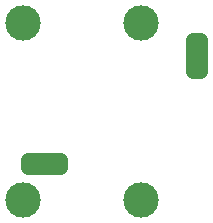
<source format=gbr>
G04 #@! TF.GenerationSoftware,KiCad,Pcbnew,5.99.0-unknown-c5e195bdff~131~ubuntu18.04.1*
G04 #@! TF.CreationDate,2021-08-10T19:15:15+02:00*
G04 #@! TF.ProjectId,TFASPDIMU02A,54464153-5044-4494-9d55-3032412e6b69,rev?*
G04 #@! TF.SameCoordinates,Original*
G04 #@! TF.FileFunction,Soldermask,Top*
G04 #@! TF.FilePolarity,Negative*
%FSLAX46Y46*%
G04 Gerber Fmt 4.6, Leading zero omitted, Abs format (unit mm)*
G04 Created by KiCad (PCBNEW 5.99.0-unknown-c5e195bdff~131~ubuntu18.04.1) date 2021-08-10 19:15:15*
%MOMM*%
%LPD*%
G01*
G04 APERTURE LIST*
G04 Aperture macros list*
%AMRoundRect*
0 Rectangle with rounded corners*
0 $1 Rounding radius*
0 $2 $3 $4 $5 $6 $7 $8 $9 X,Y pos of 4 corners*
0 Add a 4 corners polygon primitive as box body*
4,1,4,$2,$3,$4,$5,$6,$7,$8,$9,$2,$3,0*
0 Add four circle primitives for the rounded corners*
1,1,$1+$1,$2,$3*
1,1,$1+$1,$4,$5*
1,1,$1+$1,$6,$7*
1,1,$1+$1,$8,$9*
0 Add four rect primitives between the rounded corners*
20,1,$1+$1,$2,$3,$4,$5,0*
20,1,$1+$1,$4,$5,$6,$7,0*
20,1,$1+$1,$6,$7,$8,$9,0*
20,1,$1+$1,$8,$9,$2,$3,0*%
%AMFreePoly0*
4,1,41,0.636777,0.930194,0.706366,0.874698,0.744986,0.794504,0.750000,0.750000,0.750000,-0.750000,0.730194,-0.836777,0.674698,-0.906366,0.594504,-0.944986,0.550000,-0.950000,0.000000,-0.950000,-0.023504,-0.944635,-0.083606,-0.943534,-0.139582,-0.934468,-0.274897,-0.892193,-0.326080,-0.867780,-0.444090,-0.789225,-0.486362,-0.751429,-0.577582,-0.642910,-0.607548,-0.594768,-0.664643,-0.465009,
-0.679893,-0.410393,-0.697476,-0.275933,-0.697084,-0.275882,-0.700000,-0.250000,-0.700000,0.250000,-0.697921,0.259109,-0.697582,0.286880,-0.675771,0.426957,-0.659192,0.481183,-0.598944,0.609508,-0.567811,0.656904,-0.473967,0.763162,-0.430783,0.799915,-0.310888,0.875563,-0.259125,0.898717,-0.122818,0.937674,-0.066635,0.945370,-0.042411,0.945222,0.000000,0.950000,0.550000,0.950000,
0.636777,0.930194,0.636777,0.930194,$1*%
%AMFreePoly1*
4,1,41,0.022678,0.944824,0.075125,0.944504,0.131210,0.936123,0.267031,0.895504,0.318507,0.871718,0.437469,0.794611,0.480202,0.757333,0.572740,0.649936,0.603290,0.602165,0.661967,0.473113,0.677883,0.418686,0.697980,0.278353,0.700000,0.250000,0.700000,-0.250000,0.699985,-0.252439,0.699836,-0.264655,0.697079,-0.295398,0.673559,-0.435199,0.656318,-0.489221,0.594506,-0.616800,
0.562797,-0.663810,0.467662,-0.768914,0.424032,-0.805137,0.303222,-0.879314,0.251181,-0.901834,0.114408,-0.939123,0.058135,-0.946132,0.037663,-0.945757,0.000000,-0.950000,-0.550000,-0.950000,-0.636777,-0.930194,-0.706366,-0.874698,-0.744986,-0.794504,-0.750000,-0.750000,-0.750000,0.750000,-0.730194,0.836777,-0.674698,0.906366,-0.594504,0.944986,-0.550000,0.950000,0.000000,0.950000,
0.022678,0.944824,0.022678,0.944824,$1*%
G04 Aperture macros list end*
%ADD10FreePoly0,180.000000*%
%ADD11RoundRect,0.200000X0.500000X0.750000X-0.500000X0.750000X-0.500000X-0.750000X0.500000X-0.750000X0*%
%ADD12FreePoly1,180.000000*%
%ADD13C,3.000000*%
%ADD14FreePoly0,90.000000*%
%ADD15RoundRect,0.200000X0.750000X-0.500000X0.750000X0.500000X-0.750000X0.500000X-0.750000X-0.500000X0*%
%ADD16FreePoly1,90.000000*%
G04 APERTURE END LIST*
D10*
X5618000Y3048000D03*
D11*
X4318000Y3048000D03*
D12*
X3018000Y3048000D03*
D13*
X2500000Y15000000D03*
X2500000Y0D03*
D14*
X17272000Y10892000D03*
D15*
X17272000Y12192000D03*
D16*
X17272000Y13492000D03*
D13*
X12500000Y0D03*
X12500000Y15000000D03*
M02*

</source>
